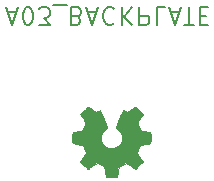
<source format=gbr>
G04 #@! TF.GenerationSoftware,KiCad,Pcbnew,5.1.5-52549c5~86~ubuntu18.04.1*
G04 #@! TF.CreationDate,2020-08-28T13:38:28-05:00*
G04 #@! TF.ProjectId,A03,4130332e-6b69-4636-9164-5f7063625858,rev?*
G04 #@! TF.SameCoordinates,Original*
G04 #@! TF.FileFunction,Legend,Bot*
G04 #@! TF.FilePolarity,Positive*
%FSLAX46Y46*%
G04 Gerber Fmt 4.6, Leading zero omitted, Abs format (unit mm)*
G04 Created by KiCad (PCBNEW 5.1.5-52549c5~86~ubuntu18.04.1) date 2020-08-28 13:38:28*
%MOMM*%
%LPD*%
G04 APERTURE LIST*
%ADD10C,0.150000*%
%ADD11C,0.010000*%
G04 APERTURE END LIST*
D10*
X29930200Y-28452000D02*
X30644485Y-28452000D01*
X29787342Y-28023428D02*
X30287342Y-29523428D01*
X30787342Y-28023428D01*
X31573057Y-29523428D02*
X31715914Y-29523428D01*
X31858771Y-29452000D01*
X31930200Y-29380571D01*
X32001628Y-29237714D01*
X32073057Y-28952000D01*
X32073057Y-28594857D01*
X32001628Y-28309142D01*
X31930200Y-28166285D01*
X31858771Y-28094857D01*
X31715914Y-28023428D01*
X31573057Y-28023428D01*
X31430200Y-28094857D01*
X31358771Y-28166285D01*
X31287342Y-28309142D01*
X31215914Y-28594857D01*
X31215914Y-28952000D01*
X31287342Y-29237714D01*
X31358771Y-29380571D01*
X31430200Y-29452000D01*
X31573057Y-29523428D01*
X32573057Y-29523428D02*
X33501628Y-29523428D01*
X33001628Y-28952000D01*
X33215914Y-28952000D01*
X33358771Y-28880571D01*
X33430200Y-28809142D01*
X33501628Y-28666285D01*
X33501628Y-28309142D01*
X33430200Y-28166285D01*
X33358771Y-28094857D01*
X33215914Y-28023428D01*
X32787342Y-28023428D01*
X32644485Y-28094857D01*
X32573057Y-28166285D01*
X33787342Y-27880571D02*
X34930200Y-27880571D01*
X35787342Y-28809142D02*
X36001628Y-28737714D01*
X36073057Y-28666285D01*
X36144485Y-28523428D01*
X36144485Y-28309142D01*
X36073057Y-28166285D01*
X36001628Y-28094857D01*
X35858771Y-28023428D01*
X35287342Y-28023428D01*
X35287342Y-29523428D01*
X35787342Y-29523428D01*
X35930200Y-29452000D01*
X36001628Y-29380571D01*
X36073057Y-29237714D01*
X36073057Y-29094857D01*
X36001628Y-28952000D01*
X35930200Y-28880571D01*
X35787342Y-28809142D01*
X35287342Y-28809142D01*
X36715914Y-28452000D02*
X37430200Y-28452000D01*
X36573057Y-28023428D02*
X37073057Y-29523428D01*
X37573057Y-28023428D01*
X38930200Y-28166285D02*
X38858771Y-28094857D01*
X38644485Y-28023428D01*
X38501628Y-28023428D01*
X38287342Y-28094857D01*
X38144485Y-28237714D01*
X38073057Y-28380571D01*
X38001628Y-28666285D01*
X38001628Y-28880571D01*
X38073057Y-29166285D01*
X38144485Y-29309142D01*
X38287342Y-29452000D01*
X38501628Y-29523428D01*
X38644485Y-29523428D01*
X38858771Y-29452000D01*
X38930200Y-29380571D01*
X39573057Y-28023428D02*
X39573057Y-29523428D01*
X40430200Y-28023428D02*
X39787342Y-28880571D01*
X40430200Y-29523428D02*
X39573057Y-28666285D01*
X41073057Y-28023428D02*
X41073057Y-29523428D01*
X41644485Y-29523428D01*
X41787342Y-29452000D01*
X41858771Y-29380571D01*
X41930200Y-29237714D01*
X41930200Y-29023428D01*
X41858771Y-28880571D01*
X41787342Y-28809142D01*
X41644485Y-28737714D01*
X41073057Y-28737714D01*
X43287342Y-28023428D02*
X42573057Y-28023428D01*
X42573057Y-29523428D01*
X43715914Y-28452000D02*
X44430200Y-28452000D01*
X43573057Y-28023428D02*
X44073057Y-29523428D01*
X44573057Y-28023428D01*
X44858771Y-29523428D02*
X45715914Y-29523428D01*
X45287342Y-28023428D02*
X45287342Y-29523428D01*
X46215914Y-28809142D02*
X46715914Y-28809142D01*
X46930200Y-28023428D02*
X46215914Y-28023428D01*
X46215914Y-29523428D01*
X46930200Y-29523428D01*
D11*
G36*
X39265414Y-41926469D02*
G01*
X39349235Y-41481845D01*
X39658520Y-41354347D01*
X39967806Y-41226849D01*
X40338846Y-41479154D01*
X40442757Y-41549404D01*
X40536687Y-41612128D01*
X40616252Y-41664462D01*
X40677070Y-41703543D01*
X40714757Y-41726507D01*
X40725021Y-41731458D01*
X40743510Y-41718724D01*
X40783020Y-41683518D01*
X40839122Y-41630338D01*
X40907387Y-41563682D01*
X40983386Y-41488046D01*
X41062692Y-41407928D01*
X41140875Y-41327826D01*
X41213507Y-41252236D01*
X41276159Y-41185655D01*
X41324403Y-41132582D01*
X41353810Y-41097513D01*
X41360841Y-41085777D01*
X41350723Y-41064140D01*
X41322359Y-41016738D01*
X41278729Y-40948207D01*
X41222818Y-40863185D01*
X41157606Y-40766307D01*
X41119819Y-40711050D01*
X41050943Y-40610152D01*
X40989740Y-40519101D01*
X40939178Y-40442430D01*
X40902228Y-40384672D01*
X40881858Y-40350357D01*
X40878797Y-40343146D01*
X40885736Y-40322652D01*
X40904651Y-40274887D01*
X40932687Y-40206568D01*
X40966991Y-40124411D01*
X41004709Y-40035130D01*
X41042987Y-39945442D01*
X41078970Y-39862062D01*
X41109806Y-39791706D01*
X41132639Y-39741090D01*
X41144617Y-39716929D01*
X41145324Y-39715978D01*
X41164131Y-39711364D01*
X41214218Y-39701072D01*
X41290393Y-39686113D01*
X41387465Y-39667499D01*
X41500243Y-39646241D01*
X41566042Y-39633982D01*
X41686550Y-39611038D01*
X41795397Y-39589205D01*
X41887076Y-39569678D01*
X41956081Y-39553652D01*
X41996904Y-39542321D01*
X42005111Y-39538726D01*
X42013148Y-39514394D01*
X42019633Y-39459441D01*
X42024570Y-39380292D01*
X42027964Y-39283374D01*
X42029818Y-39175113D01*
X42030138Y-39061935D01*
X42028927Y-38950265D01*
X42026190Y-38846532D01*
X42021931Y-38757159D01*
X42016155Y-38688574D01*
X42008867Y-38647203D01*
X42004495Y-38638590D01*
X41978364Y-38628267D01*
X41922993Y-38613508D01*
X41845707Y-38596048D01*
X41753830Y-38577620D01*
X41721758Y-38571659D01*
X41567124Y-38543334D01*
X41444975Y-38520524D01*
X41351273Y-38502320D01*
X41281984Y-38487817D01*
X41233071Y-38476108D01*
X41200497Y-38466285D01*
X41180228Y-38457444D01*
X41168226Y-38448676D01*
X41166547Y-38446943D01*
X41149784Y-38419029D01*
X41124214Y-38364705D01*
X41092388Y-38290623D01*
X41056860Y-38203435D01*
X41020183Y-38109792D01*
X40984911Y-38016348D01*
X40953596Y-37929753D01*
X40928793Y-37856660D01*
X40913054Y-37803722D01*
X40908932Y-37777589D01*
X40909276Y-37776674D01*
X40923241Y-37755314D01*
X40954922Y-37708316D01*
X41000991Y-37640573D01*
X41058118Y-37556977D01*
X41122973Y-37462418D01*
X41141443Y-37435546D01*
X41207299Y-37338125D01*
X41265250Y-37249237D01*
X41312138Y-37173988D01*
X41344807Y-37117480D01*
X41360100Y-37084819D01*
X41360841Y-37080807D01*
X41347992Y-37059716D01*
X41312488Y-37017936D01*
X41258893Y-36959955D01*
X41191771Y-36890265D01*
X41115687Y-36813355D01*
X41035204Y-36733717D01*
X40954887Y-36655839D01*
X40879299Y-36584214D01*
X40813005Y-36523330D01*
X40760569Y-36477679D01*
X40726555Y-36451750D01*
X40717145Y-36447517D01*
X40695243Y-36457488D01*
X40650400Y-36484380D01*
X40589921Y-36523664D01*
X40543389Y-36555283D01*
X40459075Y-36613302D01*
X40359226Y-36681616D01*
X40259073Y-36749821D01*
X40205227Y-36786325D01*
X40022971Y-36909600D01*
X39869981Y-36826880D01*
X39800282Y-36790641D01*
X39741014Y-36762474D01*
X39700911Y-36746409D01*
X39690703Y-36744174D01*
X39678429Y-36760678D01*
X39654213Y-36807318D01*
X39619863Y-36879791D01*
X39577188Y-36973794D01*
X39527994Y-37085026D01*
X39474090Y-37209185D01*
X39417284Y-37341968D01*
X39359382Y-37479073D01*
X39302193Y-37616198D01*
X39247524Y-37749042D01*
X39197184Y-37873302D01*
X39152980Y-37984675D01*
X39116719Y-38078861D01*
X39090209Y-38151556D01*
X39075258Y-38198459D01*
X39072854Y-38214567D01*
X39091911Y-38235114D01*
X39133636Y-38268467D01*
X39189306Y-38307698D01*
X39193978Y-38310801D01*
X39337864Y-38425977D01*
X39453883Y-38560347D01*
X39541030Y-38709616D01*
X39598299Y-38869487D01*
X39624686Y-39035663D01*
X39619185Y-39203848D01*
X39580790Y-39369745D01*
X39508495Y-39529058D01*
X39487226Y-39563913D01*
X39376596Y-39704663D01*
X39245902Y-39817686D01*
X39099664Y-39902397D01*
X38942408Y-39958206D01*
X38778657Y-39984526D01*
X38612933Y-39980770D01*
X38449762Y-39946350D01*
X38293665Y-39880677D01*
X38149167Y-39783165D01*
X38104469Y-39743587D01*
X37990712Y-39619697D01*
X37907818Y-39489276D01*
X37850956Y-39343085D01*
X37819287Y-39198312D01*
X37811469Y-39035540D01*
X37837538Y-38871960D01*
X37894845Y-38713102D01*
X37980744Y-38564494D01*
X38092586Y-38431665D01*
X38227723Y-38320144D01*
X38245483Y-38308389D01*
X38301750Y-38269892D01*
X38344523Y-38236537D01*
X38364972Y-38215240D01*
X38365269Y-38214567D01*
X38360879Y-38191529D01*
X38343476Y-38139243D01*
X38314868Y-38062010D01*
X38276865Y-37964132D01*
X38231274Y-37849909D01*
X38179903Y-37723642D01*
X38124562Y-37589633D01*
X38067058Y-37452182D01*
X38009201Y-37315592D01*
X37952798Y-37184163D01*
X37899658Y-37062195D01*
X37851590Y-36953991D01*
X37810401Y-36863851D01*
X37777901Y-36796077D01*
X37755897Y-36754970D01*
X37747036Y-36744174D01*
X37719960Y-36752581D01*
X37669297Y-36775128D01*
X37603783Y-36807787D01*
X37567759Y-36826880D01*
X37414768Y-36909600D01*
X37232512Y-36786325D01*
X37139475Y-36723172D01*
X37037615Y-36653673D01*
X36942162Y-36588235D01*
X36894350Y-36555283D01*
X36827105Y-36510127D01*
X36770164Y-36474343D01*
X36730954Y-36452462D01*
X36718219Y-36447837D01*
X36699683Y-36460315D01*
X36658659Y-36495148D01*
X36599125Y-36548722D01*
X36525058Y-36617417D01*
X36440435Y-36697619D01*
X36386915Y-36749114D01*
X36293281Y-36841114D01*
X36212359Y-36923401D01*
X36147423Y-36992455D01*
X36101742Y-37044756D01*
X36078589Y-37076784D01*
X36076368Y-37083284D01*
X36086676Y-37108006D01*
X36115161Y-37157995D01*
X36158663Y-37228188D01*
X36214023Y-37313525D01*
X36278080Y-37408944D01*
X36296297Y-37435546D01*
X36362673Y-37532233D01*
X36422222Y-37619283D01*
X36471616Y-37691805D01*
X36507525Y-37744907D01*
X36526619Y-37773697D01*
X36528464Y-37776674D01*
X36525705Y-37799618D01*
X36511062Y-37850064D01*
X36487087Y-37921359D01*
X36456334Y-38006853D01*
X36421356Y-38099893D01*
X36384707Y-38193826D01*
X36348939Y-38282001D01*
X36316606Y-38357766D01*
X36290262Y-38414469D01*
X36272458Y-38445457D01*
X36271193Y-38446943D01*
X36260306Y-38455799D01*
X36241918Y-38464557D01*
X36211994Y-38474123D01*
X36166497Y-38485404D01*
X36101391Y-38499307D01*
X36012639Y-38516737D01*
X35896207Y-38538602D01*
X35748058Y-38565809D01*
X35715982Y-38571659D01*
X35620914Y-38590026D01*
X35538035Y-38607995D01*
X35474670Y-38623831D01*
X35438142Y-38635800D01*
X35433244Y-38638590D01*
X35425173Y-38663328D01*
X35418613Y-38718610D01*
X35413567Y-38798011D01*
X35410041Y-38895104D01*
X35408039Y-39003462D01*
X35407564Y-39116660D01*
X35408623Y-39228272D01*
X35411218Y-39331871D01*
X35415354Y-39421032D01*
X35421037Y-39489328D01*
X35428269Y-39530334D01*
X35432629Y-39538726D01*
X35456902Y-39547192D01*
X35512174Y-39560965D01*
X35592938Y-39578850D01*
X35693688Y-39599652D01*
X35808917Y-39622177D01*
X35871698Y-39633982D01*
X35990813Y-39656249D01*
X36097035Y-39676421D01*
X36185173Y-39693485D01*
X36250034Y-39706431D01*
X36286426Y-39714245D01*
X36292416Y-39715978D01*
X36302539Y-39735510D01*
X36323938Y-39782557D01*
X36353761Y-39850397D01*
X36389155Y-39932309D01*
X36427268Y-40021572D01*
X36465247Y-40111465D01*
X36500240Y-40195265D01*
X36529394Y-40266253D01*
X36549857Y-40317706D01*
X36558777Y-40342903D01*
X36558943Y-40344004D01*
X36548831Y-40363881D01*
X36520483Y-40409623D01*
X36476877Y-40476683D01*
X36420994Y-40560516D01*
X36355813Y-40656574D01*
X36317921Y-40711750D01*
X36248875Y-40812919D01*
X36187550Y-40904770D01*
X36136937Y-40982656D01*
X36100029Y-41041931D01*
X36079818Y-41077949D01*
X36076899Y-41086023D01*
X36089447Y-41104816D01*
X36124137Y-41144943D01*
X36176537Y-41201907D01*
X36242216Y-41271215D01*
X36316744Y-41348369D01*
X36395687Y-41428875D01*
X36474617Y-41508237D01*
X36549100Y-41581960D01*
X36614706Y-41645548D01*
X36667004Y-41694506D01*
X36701561Y-41724339D01*
X36713122Y-41731458D01*
X36731946Y-41721447D01*
X36776969Y-41693322D01*
X36843813Y-41649946D01*
X36928101Y-41594182D01*
X37025456Y-41528894D01*
X37098893Y-41479154D01*
X37469933Y-41226849D01*
X38088505Y-41481845D01*
X38172325Y-41926469D01*
X38256146Y-42371093D01*
X39181594Y-42371093D01*
X39265414Y-41926469D01*
G37*
X39265414Y-41926469D02*
X39349235Y-41481845D01*
X39658520Y-41354347D01*
X39967806Y-41226849D01*
X40338846Y-41479154D01*
X40442757Y-41549404D01*
X40536687Y-41612128D01*
X40616252Y-41664462D01*
X40677070Y-41703543D01*
X40714757Y-41726507D01*
X40725021Y-41731458D01*
X40743510Y-41718724D01*
X40783020Y-41683518D01*
X40839122Y-41630338D01*
X40907387Y-41563682D01*
X40983386Y-41488046D01*
X41062692Y-41407928D01*
X41140875Y-41327826D01*
X41213507Y-41252236D01*
X41276159Y-41185655D01*
X41324403Y-41132582D01*
X41353810Y-41097513D01*
X41360841Y-41085777D01*
X41350723Y-41064140D01*
X41322359Y-41016738D01*
X41278729Y-40948207D01*
X41222818Y-40863185D01*
X41157606Y-40766307D01*
X41119819Y-40711050D01*
X41050943Y-40610152D01*
X40989740Y-40519101D01*
X40939178Y-40442430D01*
X40902228Y-40384672D01*
X40881858Y-40350357D01*
X40878797Y-40343146D01*
X40885736Y-40322652D01*
X40904651Y-40274887D01*
X40932687Y-40206568D01*
X40966991Y-40124411D01*
X41004709Y-40035130D01*
X41042987Y-39945442D01*
X41078970Y-39862062D01*
X41109806Y-39791706D01*
X41132639Y-39741090D01*
X41144617Y-39716929D01*
X41145324Y-39715978D01*
X41164131Y-39711364D01*
X41214218Y-39701072D01*
X41290393Y-39686113D01*
X41387465Y-39667499D01*
X41500243Y-39646241D01*
X41566042Y-39633982D01*
X41686550Y-39611038D01*
X41795397Y-39589205D01*
X41887076Y-39569678D01*
X41956081Y-39553652D01*
X41996904Y-39542321D01*
X42005111Y-39538726D01*
X42013148Y-39514394D01*
X42019633Y-39459441D01*
X42024570Y-39380292D01*
X42027964Y-39283374D01*
X42029818Y-39175113D01*
X42030138Y-39061935D01*
X42028927Y-38950265D01*
X42026190Y-38846532D01*
X42021931Y-38757159D01*
X42016155Y-38688574D01*
X42008867Y-38647203D01*
X42004495Y-38638590D01*
X41978364Y-38628267D01*
X41922993Y-38613508D01*
X41845707Y-38596048D01*
X41753830Y-38577620D01*
X41721758Y-38571659D01*
X41567124Y-38543334D01*
X41444975Y-38520524D01*
X41351273Y-38502320D01*
X41281984Y-38487817D01*
X41233071Y-38476108D01*
X41200497Y-38466285D01*
X41180228Y-38457444D01*
X41168226Y-38448676D01*
X41166547Y-38446943D01*
X41149784Y-38419029D01*
X41124214Y-38364705D01*
X41092388Y-38290623D01*
X41056860Y-38203435D01*
X41020183Y-38109792D01*
X40984911Y-38016348D01*
X40953596Y-37929753D01*
X40928793Y-37856660D01*
X40913054Y-37803722D01*
X40908932Y-37777589D01*
X40909276Y-37776674D01*
X40923241Y-37755314D01*
X40954922Y-37708316D01*
X41000991Y-37640573D01*
X41058118Y-37556977D01*
X41122973Y-37462418D01*
X41141443Y-37435546D01*
X41207299Y-37338125D01*
X41265250Y-37249237D01*
X41312138Y-37173988D01*
X41344807Y-37117480D01*
X41360100Y-37084819D01*
X41360841Y-37080807D01*
X41347992Y-37059716D01*
X41312488Y-37017936D01*
X41258893Y-36959955D01*
X41191771Y-36890265D01*
X41115687Y-36813355D01*
X41035204Y-36733717D01*
X40954887Y-36655839D01*
X40879299Y-36584214D01*
X40813005Y-36523330D01*
X40760569Y-36477679D01*
X40726555Y-36451750D01*
X40717145Y-36447517D01*
X40695243Y-36457488D01*
X40650400Y-36484380D01*
X40589921Y-36523664D01*
X40543389Y-36555283D01*
X40459075Y-36613302D01*
X40359226Y-36681616D01*
X40259073Y-36749821D01*
X40205227Y-36786325D01*
X40022971Y-36909600D01*
X39869981Y-36826880D01*
X39800282Y-36790641D01*
X39741014Y-36762474D01*
X39700911Y-36746409D01*
X39690703Y-36744174D01*
X39678429Y-36760678D01*
X39654213Y-36807318D01*
X39619863Y-36879791D01*
X39577188Y-36973794D01*
X39527994Y-37085026D01*
X39474090Y-37209185D01*
X39417284Y-37341968D01*
X39359382Y-37479073D01*
X39302193Y-37616198D01*
X39247524Y-37749042D01*
X39197184Y-37873302D01*
X39152980Y-37984675D01*
X39116719Y-38078861D01*
X39090209Y-38151556D01*
X39075258Y-38198459D01*
X39072854Y-38214567D01*
X39091911Y-38235114D01*
X39133636Y-38268467D01*
X39189306Y-38307698D01*
X39193978Y-38310801D01*
X39337864Y-38425977D01*
X39453883Y-38560347D01*
X39541030Y-38709616D01*
X39598299Y-38869487D01*
X39624686Y-39035663D01*
X39619185Y-39203848D01*
X39580790Y-39369745D01*
X39508495Y-39529058D01*
X39487226Y-39563913D01*
X39376596Y-39704663D01*
X39245902Y-39817686D01*
X39099664Y-39902397D01*
X38942408Y-39958206D01*
X38778657Y-39984526D01*
X38612933Y-39980770D01*
X38449762Y-39946350D01*
X38293665Y-39880677D01*
X38149167Y-39783165D01*
X38104469Y-39743587D01*
X37990712Y-39619697D01*
X37907818Y-39489276D01*
X37850956Y-39343085D01*
X37819287Y-39198312D01*
X37811469Y-39035540D01*
X37837538Y-38871960D01*
X37894845Y-38713102D01*
X37980744Y-38564494D01*
X38092586Y-38431665D01*
X38227723Y-38320144D01*
X38245483Y-38308389D01*
X38301750Y-38269892D01*
X38344523Y-38236537D01*
X38364972Y-38215240D01*
X38365269Y-38214567D01*
X38360879Y-38191529D01*
X38343476Y-38139243D01*
X38314868Y-38062010D01*
X38276865Y-37964132D01*
X38231274Y-37849909D01*
X38179903Y-37723642D01*
X38124562Y-37589633D01*
X38067058Y-37452182D01*
X38009201Y-37315592D01*
X37952798Y-37184163D01*
X37899658Y-37062195D01*
X37851590Y-36953991D01*
X37810401Y-36863851D01*
X37777901Y-36796077D01*
X37755897Y-36754970D01*
X37747036Y-36744174D01*
X37719960Y-36752581D01*
X37669297Y-36775128D01*
X37603783Y-36807787D01*
X37567759Y-36826880D01*
X37414768Y-36909600D01*
X37232512Y-36786325D01*
X37139475Y-36723172D01*
X37037615Y-36653673D01*
X36942162Y-36588235D01*
X36894350Y-36555283D01*
X36827105Y-36510127D01*
X36770164Y-36474343D01*
X36730954Y-36452462D01*
X36718219Y-36447837D01*
X36699683Y-36460315D01*
X36658659Y-36495148D01*
X36599125Y-36548722D01*
X36525058Y-36617417D01*
X36440435Y-36697619D01*
X36386915Y-36749114D01*
X36293281Y-36841114D01*
X36212359Y-36923401D01*
X36147423Y-36992455D01*
X36101742Y-37044756D01*
X36078589Y-37076784D01*
X36076368Y-37083284D01*
X36086676Y-37108006D01*
X36115161Y-37157995D01*
X36158663Y-37228188D01*
X36214023Y-37313525D01*
X36278080Y-37408944D01*
X36296297Y-37435546D01*
X36362673Y-37532233D01*
X36422222Y-37619283D01*
X36471616Y-37691805D01*
X36507525Y-37744907D01*
X36526619Y-37773697D01*
X36528464Y-37776674D01*
X36525705Y-37799618D01*
X36511062Y-37850064D01*
X36487087Y-37921359D01*
X36456334Y-38006853D01*
X36421356Y-38099893D01*
X36384707Y-38193826D01*
X36348939Y-38282001D01*
X36316606Y-38357766D01*
X36290262Y-38414469D01*
X36272458Y-38445457D01*
X36271193Y-38446943D01*
X36260306Y-38455799D01*
X36241918Y-38464557D01*
X36211994Y-38474123D01*
X36166497Y-38485404D01*
X36101391Y-38499307D01*
X36012639Y-38516737D01*
X35896207Y-38538602D01*
X35748058Y-38565809D01*
X35715982Y-38571659D01*
X35620914Y-38590026D01*
X35538035Y-38607995D01*
X35474670Y-38623831D01*
X35438142Y-38635800D01*
X35433244Y-38638590D01*
X35425173Y-38663328D01*
X35418613Y-38718610D01*
X35413567Y-38798011D01*
X35410041Y-38895104D01*
X35408039Y-39003462D01*
X35407564Y-39116660D01*
X35408623Y-39228272D01*
X35411218Y-39331871D01*
X35415354Y-39421032D01*
X35421037Y-39489328D01*
X35428269Y-39530334D01*
X35432629Y-39538726D01*
X35456902Y-39547192D01*
X35512174Y-39560965D01*
X35592938Y-39578850D01*
X35693688Y-39599652D01*
X35808917Y-39622177D01*
X35871698Y-39633982D01*
X35990813Y-39656249D01*
X36097035Y-39676421D01*
X36185173Y-39693485D01*
X36250034Y-39706431D01*
X36286426Y-39714245D01*
X36292416Y-39715978D01*
X36302539Y-39735510D01*
X36323938Y-39782557D01*
X36353761Y-39850397D01*
X36389155Y-39932309D01*
X36427268Y-40021572D01*
X36465247Y-40111465D01*
X36500240Y-40195265D01*
X36529394Y-40266253D01*
X36549857Y-40317706D01*
X36558777Y-40342903D01*
X36558943Y-40344004D01*
X36548831Y-40363881D01*
X36520483Y-40409623D01*
X36476877Y-40476683D01*
X36420994Y-40560516D01*
X36355813Y-40656574D01*
X36317921Y-40711750D01*
X36248875Y-40812919D01*
X36187550Y-40904770D01*
X36136937Y-40982656D01*
X36100029Y-41041931D01*
X36079818Y-41077949D01*
X36076899Y-41086023D01*
X36089447Y-41104816D01*
X36124137Y-41144943D01*
X36176537Y-41201907D01*
X36242216Y-41271215D01*
X36316744Y-41348369D01*
X36395687Y-41428875D01*
X36474617Y-41508237D01*
X36549100Y-41581960D01*
X36614706Y-41645548D01*
X36667004Y-41694506D01*
X36701561Y-41724339D01*
X36713122Y-41731458D01*
X36731946Y-41721447D01*
X36776969Y-41693322D01*
X36843813Y-41649946D01*
X36928101Y-41594182D01*
X37025456Y-41528894D01*
X37098893Y-41479154D01*
X37469933Y-41226849D01*
X38088505Y-41481845D01*
X38172325Y-41926469D01*
X38256146Y-42371093D01*
X39181594Y-42371093D01*
X39265414Y-41926469D01*
M02*

</source>
